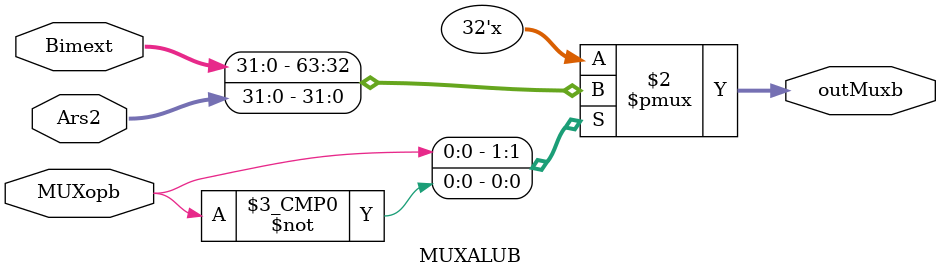
<source format=sv>
module MUXALUB(Ars2, Bimext, MUXopb, outMuxb);
  input logic [31:0] Ars2;
  input logic [31:0] Bimext;
  input logic MUXopb;
  
  output logic [31:0] outMuxb;
  
  always @(*) begin
    case (MUXopb)    	
      1'b1:      
        begin
          outMuxb <= Bimext;
        end
      1'b0:         
        begin            
          outMuxb <= Ars2;          
        end
    endcase   
  end
endmodule
</source>
